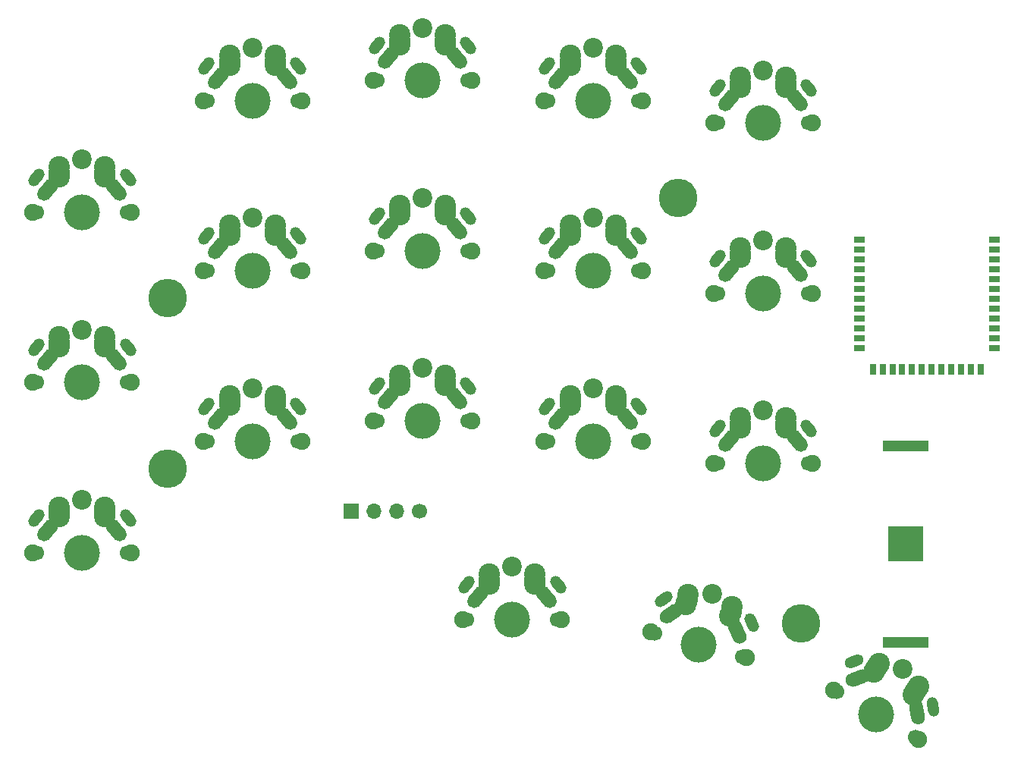
<source format=gbs>
G04 #@! TF.GenerationSoftware,KiCad,Pcbnew,(6.0.2)*
G04 #@! TF.CreationDate,2022-03-08T09:32:50+01:00*
G04 #@! TF.ProjectId,pierce,70696572-6365-42e6-9b69-6361645f7063,v 0.1*
G04 #@! TF.SameCoordinates,Original*
G04 #@! TF.FileFunction,Soldermask,Bot*
G04 #@! TF.FilePolarity,Negative*
%FSLAX46Y46*%
G04 Gerber Fmt 4.6, Leading zero omitted, Abs format (unit mm)*
G04 Created by KiCad (PCBNEW (6.0.2)) date 2022-03-08 09:32:50*
%MOMM*%
%LPD*%
G01*
G04 APERTURE LIST*
G04 Aperture macros list*
%AMHorizOval*
0 Thick line with rounded ends*
0 $1 width*
0 $2 $3 position (X,Y) of the first rounded end (center of the circle)*
0 $4 $5 position (X,Y) of the second rounded end (center of the circle)*
0 Add line between two ends*
20,1,$1,$2,$3,$4,$5,0*
0 Add two circle primitives to create the rounded ends*
1,1,$1,$2,$3*
1,1,$1,$4,$5*%
G04 Aperture macros list end*
%ADD10C,4.000000*%
%ADD11C,1.900000*%
%ADD12C,1.700000*%
%ADD13HorizOval,1.250000X0.082483X-0.467784X-0.082483X0.467784X0*%
%ADD14HorizOval,1.250000X0.446354X0.162460X-0.446354X-0.162460X0*%
%ADD15C,2.400000*%
%ADD16HorizOval,1.550000X0.587308X0.213763X-0.587308X-0.213763X0*%
%ADD17HorizOval,1.550000X0.108530X-0.615505X-0.108530X0.615505X0*%
%ADD18C,2.200000*%
%ADD19HorizOval,1.250000X0.305324X-0.363871X-0.305324X0.363871X0*%
%ADD20HorizOval,1.250000X0.305324X0.363871X-0.305324X-0.363871X0*%
%ADD21HorizOval,1.550000X0.401742X0.478778X-0.401742X-0.478778X0*%
%ADD22HorizOval,1.550000X0.401742X-0.478778X-0.401742X0.478778X0*%
%ADD23C,4.300000*%
%ADD24HorizOval,1.550000X0.511970X0.358485X-0.511970X-0.358485X0*%
%ADD25HorizOval,1.250000X0.389097X0.272449X-0.389097X-0.272449X0*%
%ADD26HorizOval,1.250000X0.200744X-0.430496X-0.200744X0.430496X0*%
%ADD27HorizOval,1.550000X0.264136X-0.566442X-0.264136X0.566442X0*%
%ADD28O,1.700000X1.700000*%
%ADD29R,1.700000X1.700000*%
%ADD30R,5.080000X1.270000*%
%ADD31R,3.960000X3.960000*%
%ADD32R,1.198880X0.698500*%
%ADD33R,0.698500X1.198880*%
G04 APERTURE END LIST*
D10*
X195672601Y-116428600D03*
D11*
X190909461Y-113678600D03*
D12*
X200072010Y-118968600D03*
D11*
X200435741Y-119178600D03*
D12*
X191273192Y-113888600D03*
D13*
X202039331Y-115601101D03*
D14*
X193205871Y-110501101D03*
D15*
X196012896Y-110759191D03*
X195722896Y-111261486D03*
X195472896Y-111694498D03*
D16*
X193643044Y-112323895D03*
D17*
X200242158Y-116133895D03*
D15*
X200412306Y-113299191D03*
X199872306Y-114234498D03*
X200122306Y-113801486D03*
D18*
X198622601Y-111319050D03*
D11*
X139570991Y-45643744D03*
D10*
X145070991Y-45643744D03*
D12*
X139990991Y-45643744D03*
X150150991Y-45643744D03*
D11*
X150570991Y-45643744D03*
D15*
X142530991Y-41143744D03*
D19*
X150170991Y-41743744D03*
D15*
X142530991Y-41643744D03*
D20*
X139970991Y-41743744D03*
D21*
X141260991Y-43103744D03*
D15*
X142530991Y-40563744D03*
D18*
X145070991Y-39743744D03*
D15*
X147610991Y-41143744D03*
X147610991Y-40563744D03*
X147610991Y-41643744D03*
D22*
X148880991Y-43103744D03*
D12*
X139990991Y-83643744D03*
D11*
X150570991Y-83643744D03*
X139570991Y-83643744D03*
D12*
X150150991Y-83643744D03*
D10*
X145070991Y-83643744D03*
D21*
X141260991Y-81103744D03*
D15*
X142530991Y-79143744D03*
D19*
X150170991Y-79743744D03*
D15*
X142530991Y-78563744D03*
X142530991Y-79643744D03*
D20*
X139970991Y-79743744D03*
D18*
X145070991Y-77743744D03*
D15*
X147610991Y-79143744D03*
D22*
X148880991Y-81103744D03*
D15*
X147610991Y-79643744D03*
X147610991Y-78563744D03*
D11*
X150570991Y-64643744D03*
D12*
X139990991Y-64643744D03*
D10*
X145070991Y-64643744D03*
D11*
X139570991Y-64643744D03*
D12*
X150150991Y-64643744D03*
D15*
X142530991Y-60143744D03*
D19*
X150170991Y-60743744D03*
D15*
X142530991Y-59563744D03*
D21*
X141260991Y-62103744D03*
D15*
X142530991Y-60643744D03*
D20*
X139970991Y-60743744D03*
D15*
X147610991Y-59563744D03*
X147610991Y-60643744D03*
D22*
X148880991Y-62103744D03*
D18*
X145070991Y-58743744D03*
D15*
X147610991Y-60143744D03*
D11*
X177570992Y-69393540D03*
D10*
X183070992Y-69393540D03*
D12*
X188150992Y-69393540D03*
X177990992Y-69393540D03*
D11*
X188570992Y-69393540D03*
D15*
X180530992Y-65393540D03*
D19*
X188170992Y-65493540D03*
D21*
X179260992Y-66853540D03*
D15*
X180530992Y-64893540D03*
D20*
X177970992Y-65493540D03*
D15*
X180530992Y-64313540D03*
X185610992Y-64313540D03*
X185610992Y-65393540D03*
D22*
X186880992Y-66853540D03*
D15*
X185610992Y-64893540D03*
D18*
X183070992Y-63493540D03*
D12*
X188150992Y-88393540D03*
D11*
X177570992Y-88393540D03*
D10*
X183070992Y-88393540D03*
D11*
X188570992Y-88393540D03*
D12*
X177990992Y-88393540D03*
D15*
X180530992Y-83893540D03*
X180530992Y-83313540D03*
D19*
X188170992Y-84493540D03*
D15*
X180530992Y-84393540D03*
D21*
X179260992Y-85853540D03*
D20*
X177970992Y-84493540D03*
D15*
X185610992Y-83893540D03*
X185610992Y-83313540D03*
D18*
X183070992Y-82493540D03*
D22*
X186880992Y-85853540D03*
D15*
X185610992Y-84393540D03*
D11*
X169570991Y-66894182D03*
D10*
X164070991Y-66894182D03*
D11*
X158570991Y-66894182D03*
D12*
X169150991Y-66894182D03*
X158990991Y-66894182D03*
D20*
X158970991Y-62994182D03*
D15*
X161530991Y-62394182D03*
X161530991Y-62894182D03*
D21*
X160260991Y-64354182D03*
D15*
X161530991Y-61814182D03*
D19*
X169170991Y-62994182D03*
D15*
X166610991Y-62894182D03*
D18*
X164070991Y-60994182D03*
D15*
X166610991Y-61814182D03*
D22*
X167880991Y-64354182D03*
D15*
X166610991Y-62394182D03*
D11*
X169570991Y-47894182D03*
D12*
X158990991Y-47894182D03*
D10*
X164070991Y-47894182D03*
D12*
X169150991Y-47894182D03*
D11*
X158570991Y-47894182D03*
D15*
X161530991Y-43394182D03*
D21*
X160260991Y-45354182D03*
D20*
X158970991Y-43994182D03*
D19*
X169170991Y-43994182D03*
D15*
X161530991Y-43894182D03*
X161530991Y-42814182D03*
X166610991Y-42814182D03*
X166610991Y-43394182D03*
D22*
X167880991Y-45354182D03*
D15*
X166610991Y-43894182D03*
D18*
X164070991Y-41994182D03*
D12*
X177990992Y-50393540D03*
D11*
X177570992Y-50393540D03*
D12*
X188150992Y-50393540D03*
D10*
X183070992Y-50393540D03*
D11*
X188570992Y-50393540D03*
D15*
X180530992Y-45893540D03*
X180530992Y-45313540D03*
D21*
X179260992Y-47853540D03*
D20*
X177970992Y-46493540D03*
D19*
X188170992Y-46493540D03*
D15*
X180530992Y-46393540D03*
X185610992Y-45313540D03*
D22*
X186880992Y-47853540D03*
D15*
X185610992Y-46393540D03*
X185610992Y-45893540D03*
D18*
X183070992Y-44493540D03*
D10*
X126070991Y-66894182D03*
D12*
X120990991Y-66894182D03*
X131150991Y-66894182D03*
D11*
X120570991Y-66894182D03*
X131570991Y-66894182D03*
D15*
X123530991Y-61814182D03*
X123530991Y-62894182D03*
D20*
X120970991Y-62994182D03*
D21*
X122260991Y-64354182D03*
D15*
X123530991Y-62394182D03*
D19*
X131170991Y-62994182D03*
D15*
X128610991Y-62394182D03*
D18*
X126070991Y-60994182D03*
D15*
X128610991Y-62894182D03*
X128610991Y-61814182D03*
D22*
X129880991Y-64354182D03*
D10*
X126070991Y-85894182D03*
D12*
X131150991Y-85894182D03*
D11*
X120570991Y-85894182D03*
X131570991Y-85894182D03*
D12*
X120990991Y-85894182D03*
D20*
X120970991Y-81994182D03*
D15*
X123530991Y-81394182D03*
X123530991Y-81894182D03*
D19*
X131170991Y-81994182D03*
D15*
X123530991Y-80814182D03*
D21*
X122260991Y-83354182D03*
D15*
X128610991Y-80814182D03*
X128610991Y-81394182D03*
X128610991Y-81894182D03*
D22*
X129880991Y-83354182D03*
D18*
X126070991Y-79994182D03*
D23*
X187301000Y-106274200D03*
X173551001Y-58764200D03*
X116574300Y-88954244D03*
D12*
X112150992Y-60342198D03*
D10*
X107070992Y-60342198D03*
D12*
X101990992Y-60342198D03*
D11*
X112570992Y-60342198D03*
X101570992Y-60342198D03*
D21*
X103260992Y-57802198D03*
D15*
X104530992Y-55262198D03*
D20*
X101970992Y-56442198D03*
D15*
X104530992Y-55842198D03*
X104530992Y-56342198D03*
D19*
X112170992Y-56442198D03*
D15*
X109610992Y-56342198D03*
X109610992Y-55842198D03*
D18*
X107070992Y-54442198D03*
D22*
X110880992Y-57802198D03*
D15*
X109610992Y-55262198D03*
D11*
X112570992Y-98342198D03*
X101570992Y-98342198D03*
D10*
X107070992Y-98342198D03*
D12*
X112150992Y-98342198D03*
X101990992Y-98342198D03*
D19*
X112170992Y-94442198D03*
D15*
X104530992Y-93262198D03*
X104530992Y-93842198D03*
D20*
X101970992Y-94442198D03*
D21*
X103260992Y-95802198D03*
D15*
X104530992Y-94342198D03*
X109610992Y-93262198D03*
D18*
X107070992Y-92442198D03*
D15*
X109610992Y-94342198D03*
X109610992Y-93842198D03*
D22*
X110880992Y-95802198D03*
D11*
X131570991Y-47894182D03*
D12*
X120990991Y-47894182D03*
D11*
X120570991Y-47894182D03*
D12*
X131150991Y-47894182D03*
D10*
X126070991Y-47894182D03*
D20*
X120970991Y-43994182D03*
D15*
X123530991Y-43394182D03*
D19*
X131170991Y-43994182D03*
D15*
X123530991Y-42814182D03*
D21*
X122260991Y-45354182D03*
D15*
X123530991Y-43894182D03*
X128610991Y-43894182D03*
X128610991Y-43394182D03*
D22*
X129880991Y-45354182D03*
D15*
X128610991Y-42814182D03*
D18*
X126070991Y-41994182D03*
D12*
X158990991Y-85894182D03*
D11*
X169570991Y-85894182D03*
X158570991Y-85894182D03*
D12*
X169150991Y-85894182D03*
D10*
X164070991Y-85894182D03*
D20*
X158970991Y-81994182D03*
D15*
X161530991Y-80814182D03*
X161530991Y-81894182D03*
D19*
X169170991Y-81994182D03*
D15*
X161530991Y-81394182D03*
D21*
X160260991Y-83354182D03*
D22*
X167880991Y-83354182D03*
D15*
X166610991Y-81894182D03*
D18*
X164070991Y-79994182D03*
D15*
X166610991Y-80814182D03*
X166610991Y-81394182D03*
D11*
X112570992Y-79342198D03*
D12*
X112150992Y-79342198D03*
D11*
X101570992Y-79342198D03*
D12*
X101990992Y-79342198D03*
D10*
X107070992Y-79342198D03*
D15*
X104530992Y-74842198D03*
D20*
X101970992Y-75442198D03*
D15*
X104530992Y-74262198D03*
D19*
X112170992Y-75442198D03*
D21*
X103260992Y-76802198D03*
D15*
X104530992Y-75342198D03*
D22*
X110880992Y-76802198D03*
D15*
X109610992Y-75342198D03*
D18*
X107070992Y-73442198D03*
D15*
X109610992Y-74842198D03*
X109610992Y-74262198D03*
D12*
X149992600Y-105828600D03*
X160152600Y-105828600D03*
D11*
X160572600Y-105828600D03*
X149572600Y-105828600D03*
D10*
X155072600Y-105828600D03*
D15*
X152532600Y-101328600D03*
D20*
X149972600Y-101928600D03*
D21*
X151262600Y-103288600D03*
D15*
X152532600Y-100748600D03*
D19*
X160172600Y-101928600D03*
D15*
X152532600Y-101828600D03*
D22*
X158882600Y-103288600D03*
D18*
X155072600Y-99928600D03*
D15*
X157612600Y-101328600D03*
X157612600Y-100748600D03*
X157612600Y-101828600D03*
D12*
X170965698Y-107313800D03*
D11*
X170560009Y-107205096D03*
D12*
X180779504Y-109943402D03*
D10*
X175872601Y-108628601D03*
D11*
X181185193Y-110052106D03*
D24*
X172849824Y-105189049D03*
D15*
X174454426Y-104107497D03*
D25*
X171955774Y-103541513D03*
D15*
X174733950Y-103064297D03*
D26*
X181808217Y-106181467D03*
D15*
X174583835Y-103624534D03*
D18*
X177399633Y-102929639D03*
D15*
X179490738Y-104939335D03*
X179361329Y-105422298D03*
X179640853Y-104379098D03*
D27*
X180210179Y-107161250D03*
D23*
X116574300Y-69954244D03*
D12*
X144692601Y-93688600D03*
D28*
X142152601Y-93688600D03*
X139612601Y-93688600D03*
D29*
X137072601Y-93688600D03*
D30*
X198995800Y-86403601D03*
X198995800Y-108373601D03*
D31*
X198995800Y-97388601D03*
D32*
X208856080Y-63442880D03*
X208856080Y-64542700D03*
X208856080Y-65642520D03*
X208856080Y-66742340D03*
X208856080Y-67842160D03*
X208856080Y-68941980D03*
X208856080Y-70041800D03*
X208856080Y-71141620D03*
X208856080Y-72241440D03*
X208856080Y-73341260D03*
X208856080Y-74441080D03*
X208856080Y-75540900D03*
D33*
X207405740Y-77890400D03*
X206305920Y-77890400D03*
X205206100Y-77890400D03*
X204106280Y-77890400D03*
X203006460Y-77890400D03*
X201906640Y-77890400D03*
X200809360Y-77890400D03*
X199709540Y-77890400D03*
X198609720Y-77890400D03*
X197509900Y-77890400D03*
X196410080Y-77890400D03*
X195310260Y-77890400D03*
D32*
X193859920Y-75540900D03*
X193859920Y-74441080D03*
X193859920Y-73341260D03*
X193859920Y-72241440D03*
X193859920Y-71141620D03*
X193859920Y-70041800D03*
X193859920Y-68941980D03*
X193859920Y-67842160D03*
X193859920Y-66742340D03*
X193859920Y-65642520D03*
X193859920Y-64542700D03*
X193859920Y-63442880D03*
M02*

</source>
